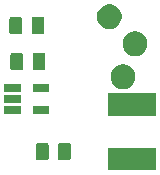
<source format=gbs>
G04 #@! TF.GenerationSoftware,KiCad,Pcbnew,5.0.2-bee76a0~70~ubuntu18.04.1*
G04 #@! TF.CreationDate,2019-03-08T02:12:03-05:00*
G04 #@! TF.ProjectId,LO1,4c4f312e-6b69-4636-9164-5f7063625858,rev?*
G04 #@! TF.SameCoordinates,Original*
G04 #@! TF.FileFunction,Soldermask,Bot*
G04 #@! TF.FilePolarity,Negative*
%FSLAX46Y46*%
G04 Gerber Fmt 4.6, Leading zero omitted, Abs format (unit mm)*
G04 Created by KiCad (PCBNEW 5.0.2-bee76a0~70~ubuntu18.04.1) date Fri 08 Mar 2019 02:12:03 AM EST*
%MOMM*%
%LPD*%
G01*
G04 APERTURE LIST*
%ADD10C,0.100000*%
G04 APERTURE END LIST*
D10*
G36*
X145561000Y-77775000D02*
X141459000Y-77775000D01*
X141459000Y-75873000D01*
X145561000Y-75873000D01*
X145561000Y-77775000D01*
X145561000Y-77775000D01*
G37*
G36*
X138166966Y-75453565D02*
X138205637Y-75465296D01*
X138241279Y-75484348D01*
X138272517Y-75509983D01*
X138298152Y-75541221D01*
X138317204Y-75576863D01*
X138328935Y-75615534D01*
X138333500Y-75661888D01*
X138333500Y-76738112D01*
X138328935Y-76784466D01*
X138317204Y-76823137D01*
X138298152Y-76858779D01*
X138272517Y-76890017D01*
X138241279Y-76915652D01*
X138205637Y-76934704D01*
X138166966Y-76946435D01*
X138120612Y-76951000D01*
X137469388Y-76951000D01*
X137423034Y-76946435D01*
X137384363Y-76934704D01*
X137348721Y-76915652D01*
X137317483Y-76890017D01*
X137291848Y-76858779D01*
X137272796Y-76823137D01*
X137261065Y-76784466D01*
X137256500Y-76738112D01*
X137256500Y-75661888D01*
X137261065Y-75615534D01*
X137272796Y-75576863D01*
X137291848Y-75541221D01*
X137317483Y-75509983D01*
X137348721Y-75484348D01*
X137384363Y-75465296D01*
X137423034Y-75453565D01*
X137469388Y-75449000D01*
X138120612Y-75449000D01*
X138166966Y-75453565D01*
X138166966Y-75453565D01*
G37*
G36*
X136291966Y-75453565D02*
X136330637Y-75465296D01*
X136366279Y-75484348D01*
X136397517Y-75509983D01*
X136423152Y-75541221D01*
X136442204Y-75576863D01*
X136453935Y-75615534D01*
X136458500Y-75661888D01*
X136458500Y-76738112D01*
X136453935Y-76784466D01*
X136442204Y-76823137D01*
X136423152Y-76858779D01*
X136397517Y-76890017D01*
X136366279Y-76915652D01*
X136330637Y-76934704D01*
X136291966Y-76946435D01*
X136245612Y-76951000D01*
X135594388Y-76951000D01*
X135548034Y-76946435D01*
X135509363Y-76934704D01*
X135473721Y-76915652D01*
X135442483Y-76890017D01*
X135416848Y-76858779D01*
X135397796Y-76823137D01*
X135386065Y-76784466D01*
X135381500Y-76738112D01*
X135381500Y-75661888D01*
X135386065Y-75615534D01*
X135397796Y-75576863D01*
X135416848Y-75541221D01*
X135442483Y-75509983D01*
X135473721Y-75484348D01*
X135509363Y-75465296D01*
X135548034Y-75453565D01*
X135594388Y-75449000D01*
X136245612Y-75449000D01*
X136291966Y-75453565D01*
X136291966Y-75453565D01*
G37*
G36*
X145561000Y-73175000D02*
X141459000Y-73175000D01*
X141459000Y-71273000D01*
X145561000Y-71273000D01*
X145561000Y-73175000D01*
X145561000Y-73175000D01*
G37*
G36*
X136525200Y-73025200D02*
X135153200Y-73025200D01*
X135153200Y-72364400D01*
X136525200Y-72364400D01*
X136525200Y-73025200D01*
X136525200Y-73025200D01*
G37*
G36*
X134086800Y-73025200D02*
X132714800Y-73025200D01*
X132714800Y-72364400D01*
X134086800Y-72364400D01*
X134086800Y-73025200D01*
X134086800Y-73025200D01*
G37*
G36*
X134086800Y-72085400D02*
X132714800Y-72085400D01*
X132714800Y-71424600D01*
X134086800Y-71424600D01*
X134086800Y-72085400D01*
X134086800Y-72085400D01*
G37*
G36*
X134086800Y-71145600D02*
X132714800Y-71145600D01*
X132714800Y-70484800D01*
X134086800Y-70484800D01*
X134086800Y-71145600D01*
X134086800Y-71145600D01*
G37*
G36*
X136525200Y-71145600D02*
X135153200Y-71145600D01*
X135153200Y-70484800D01*
X136525200Y-70484800D01*
X136525200Y-71145600D01*
X136525200Y-71145600D01*
G37*
G36*
X143054414Y-68839879D02*
X143054416Y-68839880D01*
X143054417Y-68839880D01*
X143245594Y-68919068D01*
X143417651Y-69034033D01*
X143563967Y-69180349D01*
X143678932Y-69352406D01*
X143758121Y-69543586D01*
X143798490Y-69746534D01*
X143798490Y-69953466D01*
X143758121Y-70156414D01*
X143678932Y-70347594D01*
X143563967Y-70519651D01*
X143417651Y-70665967D01*
X143417648Y-70665969D01*
X143245594Y-70780932D01*
X143054417Y-70860120D01*
X143054416Y-70860120D01*
X143054414Y-70860121D01*
X142851466Y-70900490D01*
X142644534Y-70900490D01*
X142441586Y-70860121D01*
X142441584Y-70860120D01*
X142441583Y-70860120D01*
X142250406Y-70780932D01*
X142078352Y-70665969D01*
X142078349Y-70665967D01*
X141932033Y-70519651D01*
X141817068Y-70347594D01*
X141737879Y-70156414D01*
X141697510Y-69953466D01*
X141697510Y-69746534D01*
X141737879Y-69543586D01*
X141817068Y-69352406D01*
X141932033Y-69180349D01*
X142078349Y-69034033D01*
X142250406Y-68919068D01*
X142441583Y-68839880D01*
X142441584Y-68839880D01*
X142441586Y-68839879D01*
X142644534Y-68799510D01*
X142851466Y-68799510D01*
X143054414Y-68839879D01*
X143054414Y-68839879D01*
G37*
G36*
X134132966Y-67833565D02*
X134171637Y-67845296D01*
X134207279Y-67864348D01*
X134238517Y-67889983D01*
X134264152Y-67921221D01*
X134283204Y-67956863D01*
X134294935Y-67995534D01*
X134299500Y-68041888D01*
X134299500Y-69118112D01*
X134294935Y-69164466D01*
X134283204Y-69203137D01*
X134264152Y-69238779D01*
X134238517Y-69270017D01*
X134207279Y-69295652D01*
X134171637Y-69314704D01*
X134132966Y-69326435D01*
X134086612Y-69331000D01*
X133435388Y-69331000D01*
X133389034Y-69326435D01*
X133350363Y-69314704D01*
X133314721Y-69295652D01*
X133283483Y-69270017D01*
X133257848Y-69238779D01*
X133238796Y-69203137D01*
X133227065Y-69164466D01*
X133222500Y-69118112D01*
X133222500Y-68041888D01*
X133227065Y-67995534D01*
X133238796Y-67956863D01*
X133257848Y-67921221D01*
X133283483Y-67889983D01*
X133314721Y-67864348D01*
X133350363Y-67845296D01*
X133389034Y-67833565D01*
X133435388Y-67829000D01*
X134086612Y-67829000D01*
X134132966Y-67833565D01*
X134132966Y-67833565D01*
G37*
G36*
X136007966Y-67833565D02*
X136046637Y-67845296D01*
X136082279Y-67864348D01*
X136113517Y-67889983D01*
X136139152Y-67921221D01*
X136158204Y-67956863D01*
X136169935Y-67995534D01*
X136174500Y-68041888D01*
X136174500Y-69118112D01*
X136169935Y-69164466D01*
X136158204Y-69203137D01*
X136139152Y-69238779D01*
X136113517Y-69270017D01*
X136082279Y-69295652D01*
X136046637Y-69314704D01*
X136007966Y-69326435D01*
X135961612Y-69331000D01*
X135310388Y-69331000D01*
X135264034Y-69326435D01*
X135225363Y-69314704D01*
X135189721Y-69295652D01*
X135158483Y-69270017D01*
X135132848Y-69238779D01*
X135113796Y-69203137D01*
X135102065Y-69164466D01*
X135097500Y-69118112D01*
X135097500Y-68041888D01*
X135102065Y-67995534D01*
X135113796Y-67956863D01*
X135132848Y-67921221D01*
X135158483Y-67889983D01*
X135189721Y-67864348D01*
X135225363Y-67845296D01*
X135264034Y-67833565D01*
X135310388Y-67829000D01*
X135961612Y-67829000D01*
X136007966Y-67833565D01*
X136007966Y-67833565D01*
G37*
G36*
X144070414Y-66045879D02*
X144070416Y-66045880D01*
X144070417Y-66045880D01*
X144119662Y-66066278D01*
X144261594Y-66125068D01*
X144433651Y-66240033D01*
X144579967Y-66386349D01*
X144694932Y-66558406D01*
X144774121Y-66749586D01*
X144814490Y-66952534D01*
X144814490Y-67159466D01*
X144774121Y-67362414D01*
X144694932Y-67553594D01*
X144579967Y-67725651D01*
X144433651Y-67871967D01*
X144433648Y-67871969D01*
X144261594Y-67986932D01*
X144070417Y-68066120D01*
X144070416Y-68066120D01*
X144070414Y-68066121D01*
X143867466Y-68106490D01*
X143660534Y-68106490D01*
X143457586Y-68066121D01*
X143457584Y-68066120D01*
X143457583Y-68066120D01*
X143266406Y-67986932D01*
X143094352Y-67871969D01*
X143094349Y-67871967D01*
X142948033Y-67725651D01*
X142833068Y-67553594D01*
X142753879Y-67362414D01*
X142713510Y-67159466D01*
X142713510Y-66952534D01*
X142753879Y-66749586D01*
X142833068Y-66558406D01*
X142948033Y-66386349D01*
X143094349Y-66240033D01*
X143266406Y-66125068D01*
X143408338Y-66066278D01*
X143457583Y-66045880D01*
X143457584Y-66045880D01*
X143457586Y-66045879D01*
X143660534Y-66005510D01*
X143867466Y-66005510D01*
X144070414Y-66045879D01*
X144070414Y-66045879D01*
G37*
G36*
X134054466Y-64785565D02*
X134093137Y-64797296D01*
X134128779Y-64816348D01*
X134160017Y-64841983D01*
X134185652Y-64873221D01*
X134204704Y-64908863D01*
X134216435Y-64947534D01*
X134221000Y-64993888D01*
X134221000Y-66070112D01*
X134216435Y-66116466D01*
X134204704Y-66155137D01*
X134185652Y-66190779D01*
X134160017Y-66222017D01*
X134128779Y-66247652D01*
X134093137Y-66266704D01*
X134054466Y-66278435D01*
X134008112Y-66283000D01*
X133356888Y-66283000D01*
X133310534Y-66278435D01*
X133271863Y-66266704D01*
X133236221Y-66247652D01*
X133204983Y-66222017D01*
X133179348Y-66190779D01*
X133160296Y-66155137D01*
X133148565Y-66116466D01*
X133144000Y-66070112D01*
X133144000Y-64993888D01*
X133148565Y-64947534D01*
X133160296Y-64908863D01*
X133179348Y-64873221D01*
X133204983Y-64841983D01*
X133236221Y-64816348D01*
X133271863Y-64797296D01*
X133310534Y-64785565D01*
X133356888Y-64781000D01*
X134008112Y-64781000D01*
X134054466Y-64785565D01*
X134054466Y-64785565D01*
G37*
G36*
X135929466Y-64785565D02*
X135968137Y-64797296D01*
X136003779Y-64816348D01*
X136035017Y-64841983D01*
X136060652Y-64873221D01*
X136079704Y-64908863D01*
X136091435Y-64947534D01*
X136096000Y-64993888D01*
X136096000Y-66070112D01*
X136091435Y-66116466D01*
X136079704Y-66155137D01*
X136060652Y-66190779D01*
X136035017Y-66222017D01*
X136003779Y-66247652D01*
X135968137Y-66266704D01*
X135929466Y-66278435D01*
X135883112Y-66283000D01*
X135231888Y-66283000D01*
X135185534Y-66278435D01*
X135146863Y-66266704D01*
X135111221Y-66247652D01*
X135079983Y-66222017D01*
X135054348Y-66190779D01*
X135035296Y-66155137D01*
X135023565Y-66116466D01*
X135019000Y-66070112D01*
X135019000Y-64993888D01*
X135023565Y-64947534D01*
X135035296Y-64908863D01*
X135054348Y-64873221D01*
X135079983Y-64841983D01*
X135111221Y-64816348D01*
X135146863Y-64797296D01*
X135185534Y-64785565D01*
X135231888Y-64781000D01*
X135883112Y-64781000D01*
X135929466Y-64785565D01*
X135929466Y-64785565D01*
G37*
G36*
X141911414Y-63759879D02*
X141911416Y-63759880D01*
X141911417Y-63759880D01*
X142102594Y-63839068D01*
X142274651Y-63954033D01*
X142420967Y-64100349D01*
X142535932Y-64272406D01*
X142615121Y-64463586D01*
X142655490Y-64666534D01*
X142655490Y-64873466D01*
X142615121Y-65076414D01*
X142535932Y-65267594D01*
X142420967Y-65439651D01*
X142274651Y-65585967D01*
X142274648Y-65585969D01*
X142102594Y-65700932D01*
X141911417Y-65780120D01*
X141911416Y-65780120D01*
X141911414Y-65780121D01*
X141708466Y-65820490D01*
X141501534Y-65820490D01*
X141298586Y-65780121D01*
X141298584Y-65780120D01*
X141298583Y-65780120D01*
X141107406Y-65700932D01*
X140935352Y-65585969D01*
X140935349Y-65585967D01*
X140789033Y-65439651D01*
X140674068Y-65267594D01*
X140594879Y-65076414D01*
X140554510Y-64873466D01*
X140554510Y-64666534D01*
X140594879Y-64463586D01*
X140674068Y-64272406D01*
X140789033Y-64100349D01*
X140935349Y-63954033D01*
X141107406Y-63839068D01*
X141298583Y-63759880D01*
X141298584Y-63759880D01*
X141298586Y-63759879D01*
X141501534Y-63719510D01*
X141708466Y-63719510D01*
X141911414Y-63759879D01*
X141911414Y-63759879D01*
G37*
M02*

</source>
